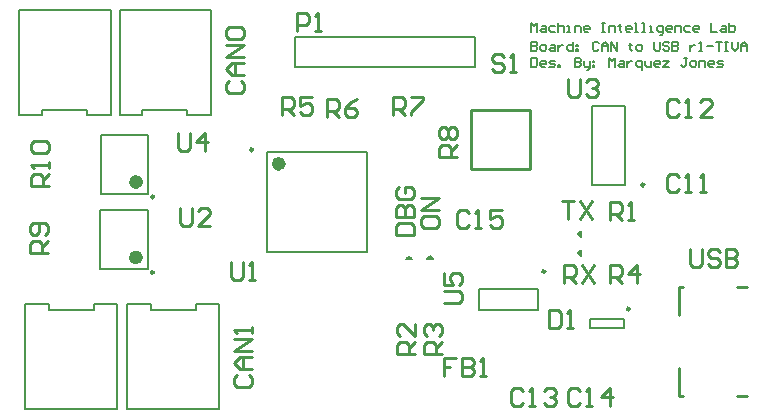
<source format=gto>
G04*
G04 #@! TF.GenerationSoftware,Altium Limited,Altium Designer,18.1.6 (161)*
G04*
G04 Layer_Color=65535*
%FSLAX25Y25*%
%MOIN*%
G70*
G01*
G75*
%ADD10C,0.00984*%
%ADD11C,0.02362*%
%ADD12C,0.00787*%
%ADD13C,0.00500*%
%ADD14C,0.01000*%
%ADD15C,0.00700*%
D10*
X575910Y404811D02*
G03*
X575910Y404811I-492J0D01*
G01*
X571079Y363421D02*
G03*
X571079Y363421I-492J0D01*
G01*
X542872Y375949D02*
G03*
X542872Y375949I-492J0D01*
G01*
X445510Y416520D02*
G03*
X445510Y416520I-492J0D01*
G01*
X412505Y400821D02*
G03*
X412505Y400821I-492J0D01*
G01*
X412441Y375654D02*
G03*
X412441Y375654I-492J0D01*
G01*
D11*
X455254Y411795D02*
G03*
X455254Y411795I-1181J0D01*
G01*
X407682Y405762D02*
G03*
X407682Y405762I-1181J0D01*
G01*
X407618Y380594D02*
G03*
X407618Y380594I-1181J0D01*
G01*
D12*
X459500Y444000D02*
X519500D01*
X459500Y454000D02*
X519500D01*
X459500Y444000D02*
Y454000D01*
X519500Y444000D02*
Y454000D01*
X569512Y404811D02*
Y431189D01*
X558488Y404811D02*
Y431189D01*
Y404811D02*
X569512D01*
X558488Y431189D02*
X569512D01*
X520933Y370043D02*
X540618D01*
X520933Y362957D02*
X540618D01*
Y370043D01*
X520933Y362957D02*
Y370043D01*
X450136Y382268D02*
Y415732D01*
X483600Y382268D02*
Y415732D01*
X450136D02*
X483600D01*
X450136Y382268D02*
X483600Y382268D01*
X394690Y421510D02*
X410438D01*
X394690Y401825D02*
X410438D01*
X394690D02*
Y421510D01*
X410438Y401825D02*
Y421510D01*
X394626Y396342D02*
X410374D01*
X394626Y376658D02*
X410374D01*
X394626D02*
Y396342D01*
X410374Y376658D02*
Y396342D01*
D13*
X403500Y330000D02*
Y357583D01*
Y365000D01*
X434000Y330000D02*
Y357209D01*
X403500Y330000D02*
X434000D01*
X403500Y365000D02*
X411500D01*
Y363209D02*
Y365000D01*
Y363209D02*
X416673D01*
X421201D01*
X426500D01*
Y365000D01*
X434000D01*
Y357209D02*
Y365000D01*
X431500Y435417D02*
Y463000D01*
Y428000D02*
Y435417D01*
X401000Y435791D02*
Y463000D01*
X431500D01*
X423500Y428000D02*
X431500D01*
X423500D02*
Y429791D01*
X418327D02*
X423500D01*
X413799D02*
X418327D01*
X408500D02*
X413799D01*
X408500Y428000D02*
Y429791D01*
X401000Y428000D02*
X408500D01*
X401000D02*
Y435791D01*
X369500Y330000D02*
Y357583D01*
Y365000D01*
X400000Y330000D02*
Y357209D01*
X369500Y330000D02*
X400000D01*
X369500Y365000D02*
X377500D01*
Y363209D02*
Y365000D01*
Y363209D02*
X382673D01*
X387201D01*
X392500D01*
Y365000D01*
X400000D01*
Y357209D02*
Y365000D01*
X569209Y356925D02*
Y360075D01*
X557791Y356925D02*
Y360075D01*
X569209D01*
X557791Y356925D02*
X569209D01*
X553732Y382000D02*
X554717Y382984D01*
Y381016D02*
Y382984D01*
X553732Y382000D02*
X554717Y381016D01*
X504500Y380992D02*
X505484Y380008D01*
X503516D02*
X505484D01*
X503516D02*
X504500Y380992D01*
X497397Y380895D02*
X498381Y379910D01*
X496412D02*
X498381D01*
X496412D02*
X497397Y380895D01*
X553732Y388397D02*
X554717Y389381D01*
Y387412D02*
Y389381D01*
X553732Y388397D02*
X554717Y387412D01*
X367500Y428000D02*
Y435791D01*
Y428000D02*
X375000D01*
Y429791D01*
X380299D01*
X384827D01*
X390000D01*
Y428000D02*
Y429791D01*
Y428000D02*
X398000D01*
X367500Y463000D02*
X398000D01*
X367500Y435791D02*
Y463000D01*
X398000Y428000D02*
Y435417D01*
Y463000D01*
D14*
X587508Y334291D02*
Y343642D01*
Y334291D02*
X588984D01*
X587508Y370709D02*
X588984D01*
X587508Y361358D02*
Y370709D01*
X606701Y334291D02*
X610146D01*
X606701Y370709D02*
X610146D01*
X518157Y410157D02*
X537843D01*
Y429843D01*
X518157D02*
X537843D01*
X518157Y410157D02*
Y429843D01*
X591000Y383498D02*
Y378500D01*
X592000Y377500D01*
X593999D01*
X594999Y378500D01*
Y383498D01*
X600997Y382498D02*
X599997Y383498D01*
X597998D01*
X596998Y382498D01*
Y381499D01*
X597998Y380499D01*
X599997D01*
X600997Y379499D01*
Y378500D01*
X599997Y377500D01*
X597998D01*
X596998Y378500D01*
X602996Y383498D02*
Y377500D01*
X605995D01*
X606995Y378500D01*
Y379499D01*
X605995Y380499D01*
X602996D01*
X605995D01*
X606995Y381499D01*
Y382498D01*
X605995Y383498D01*
X602996D01*
X509002Y365500D02*
X514000D01*
X515000Y366500D01*
Y368499D01*
X514000Y369499D01*
X509002D01*
Y375497D02*
Y371498D01*
X512001D01*
X511001Y373497D01*
Y374497D01*
X512001Y375497D01*
X514000D01*
X515000Y374497D01*
Y372498D01*
X514000Y371498D01*
X420500Y421998D02*
Y417000D01*
X421500Y416000D01*
X423499D01*
X424499Y417000D01*
Y421998D01*
X429497Y416000D02*
Y421998D01*
X426498Y418999D01*
X430497D01*
X550500Y439998D02*
Y435000D01*
X551500Y434000D01*
X553499D01*
X554499Y435000D01*
Y439998D01*
X556498Y438998D02*
X557498Y439998D01*
X559497D01*
X560497Y438998D01*
Y437999D01*
X559497Y436999D01*
X558497D01*
X559497D01*
X560497Y435999D01*
Y435000D01*
X559497Y434000D01*
X557498D01*
X556498Y435000D01*
X421000Y396998D02*
Y392000D01*
X422000Y391000D01*
X423999D01*
X424999Y392000D01*
Y396998D01*
X430997Y391000D02*
X426998D01*
X430997Y394999D01*
Y395998D01*
X429997Y396998D01*
X427998D01*
X426998Y395998D01*
X438000Y378998D02*
Y374000D01*
X439000Y373000D01*
X440999D01*
X441999Y374000D01*
Y378998D01*
X443998Y373000D02*
X445997D01*
X444998D01*
Y378998D01*
X443998Y377998D01*
X548500Y399498D02*
X552499D01*
X550499D01*
Y393500D01*
X554498Y399498D02*
X558497Y393500D01*
Y399498D02*
X554498Y393500D01*
X528999Y447498D02*
X527999Y448498D01*
X526000D01*
X525000Y447498D01*
Y446499D01*
X526000Y445499D01*
X527999D01*
X528999Y444499D01*
Y443500D01*
X527999Y442500D01*
X526000D01*
X525000Y443500D01*
X530998Y442500D02*
X532997D01*
X531998D01*
Y448498D01*
X530998Y447498D01*
X549000Y372000D02*
Y377998D01*
X551999D01*
X552999Y376998D01*
Y374999D01*
X551999Y373999D01*
X549000D01*
X550999D02*
X552999Y372000D01*
X554998Y377998D02*
X558997Y372000D01*
Y377998D02*
X554998Y372000D01*
X377500Y404500D02*
X371502D01*
Y407499D01*
X372502Y408499D01*
X374501D01*
X375501Y407499D01*
Y404500D01*
Y406499D02*
X377500Y408499D01*
Y410498D02*
Y412497D01*
Y411498D01*
X371502D01*
X372502Y410498D01*
Y415496D02*
X371502Y416496D01*
Y418496D01*
X372502Y419495D01*
X376500D01*
X377500Y418496D01*
Y416496D01*
X376500Y415496D01*
X372502D01*
X377000Y382000D02*
X371002D01*
Y384999D01*
X372002Y385999D01*
X374001D01*
X375001Y384999D01*
Y382000D01*
Y383999D02*
X377000Y385999D01*
X376000Y387998D02*
X377000Y388998D01*
Y390997D01*
X376000Y391997D01*
X372002D01*
X371002Y390997D01*
Y388998D01*
X372002Y387998D01*
X373001D01*
X374001Y388998D01*
Y391997D01*
X513500Y414000D02*
X507502D01*
Y416999D01*
X508502Y417999D01*
X510501D01*
X511501Y416999D01*
Y414000D01*
Y415999D02*
X513500Y417999D01*
X508502Y419998D02*
X507502Y420998D01*
Y422997D01*
X508502Y423997D01*
X509501D01*
X510501Y422997D01*
X511501Y423997D01*
X512500D01*
X513500Y422997D01*
Y420998D01*
X512500Y419998D01*
X511501D01*
X510501Y420998D01*
X509501Y419998D01*
X508502D01*
X510501Y420998D02*
Y422997D01*
X492000Y428000D02*
Y433998D01*
X494999D01*
X495999Y432998D01*
Y430999D01*
X494999Y429999D01*
X492000D01*
X493999D02*
X495999Y428000D01*
X497998Y433998D02*
X501997D01*
Y432998D01*
X497998Y429000D01*
Y428000D01*
X470000Y427500D02*
Y433498D01*
X472999D01*
X473999Y432498D01*
Y430499D01*
X472999Y429499D01*
X470000D01*
X471999D02*
X473999Y427500D01*
X479997Y433498D02*
X477997Y432498D01*
X475998Y430499D01*
Y428500D01*
X476998Y427500D01*
X478997D01*
X479997Y428500D01*
Y429499D01*
X478997Y430499D01*
X475998D01*
X455000Y428000D02*
Y433998D01*
X457999D01*
X458999Y432998D01*
Y430999D01*
X457999Y429999D01*
X455000D01*
X456999D02*
X458999Y428000D01*
X464997Y433998D02*
X460998D01*
Y430999D01*
X462997Y431999D01*
X463997D01*
X464997Y430999D01*
Y429000D01*
X463997Y428000D01*
X461998D01*
X460998Y429000D01*
X564500Y372000D02*
Y377998D01*
X567499D01*
X568499Y376998D01*
Y374999D01*
X567499Y373999D01*
X564500D01*
X566499D02*
X568499Y372000D01*
X573497D02*
Y377998D01*
X570498Y374999D01*
X574497D01*
X508500Y348500D02*
X502502D01*
Y351499D01*
X503502Y352499D01*
X505501D01*
X506501Y351499D01*
Y348500D01*
Y350499D02*
X508500Y352499D01*
X503502Y354498D02*
X502502Y355498D01*
Y357497D01*
X503502Y358497D01*
X504501D01*
X505501Y357497D01*
Y356497D01*
Y357497D01*
X506501Y358497D01*
X507500D01*
X508500Y357497D01*
Y355498D01*
X507500Y354498D01*
X499500Y348500D02*
X493502D01*
Y351499D01*
X494502Y352499D01*
X496501D01*
X497501Y351499D01*
Y348500D01*
Y350499D02*
X499500Y352499D01*
Y358497D02*
Y354498D01*
X495501Y358497D01*
X494502D01*
X493502Y357497D01*
Y355498D01*
X494502Y354498D01*
X564500Y393000D02*
Y398998D01*
X567499D01*
X568499Y397998D01*
Y395999D01*
X567499Y394999D01*
X564500D01*
X566499D02*
X568499Y393000D01*
X570498D02*
X572497D01*
X571498D01*
Y398998D01*
X570498Y397998D01*
X460000Y456000D02*
Y461998D01*
X462999D01*
X463999Y460998D01*
Y458999D01*
X462999Y457999D01*
X460000D01*
X465998Y456000D02*
X467997D01*
X466998D01*
Y461998D01*
X465998Y460998D01*
X501502Y393499D02*
Y391500D01*
X502502Y390500D01*
X506500D01*
X507500Y391500D01*
Y393499D01*
X506500Y394499D01*
X502502D01*
X501502Y393499D01*
X507500Y396498D02*
X501502D01*
X507500Y400497D01*
X501502D01*
X493002Y388000D02*
X499000D01*
Y390999D01*
X498000Y391999D01*
X494002D01*
X493002Y390999D01*
Y388000D01*
Y393998D02*
X499000D01*
Y396997D01*
X498000Y397997D01*
X497001D01*
X496001Y396997D01*
Y393998D01*
Y396997D01*
X495001Y397997D01*
X494002D01*
X493002Y396997D01*
Y393998D01*
X494002Y403995D02*
X493002Y402995D01*
Y400996D01*
X494002Y399996D01*
X498000D01*
X499000Y400996D01*
Y402995D01*
X498000Y403995D01*
X496001D01*
Y401996D01*
X512999Y346998D02*
X509000D01*
Y343999D01*
X510999D01*
X509000D01*
Y341000D01*
X514998Y346998D02*
Y341000D01*
X517997D01*
X518997Y342000D01*
Y342999D01*
X517997Y343999D01*
X514998D01*
X517997D01*
X518997Y344999D01*
Y345998D01*
X517997Y346998D01*
X514998D01*
X520996Y341000D02*
X522996D01*
X521996D01*
Y346998D01*
X520996Y345998D01*
X544000Y362998D02*
Y357000D01*
X546999D01*
X547999Y358000D01*
Y361998D01*
X546999Y362998D01*
X544000D01*
X549998Y357000D02*
X551997D01*
X550998D01*
Y362998D01*
X549998Y361998D01*
X440002Y341499D02*
X439002Y340499D01*
Y338500D01*
X440002Y337500D01*
X444000D01*
X445000Y338500D01*
Y340499D01*
X444000Y341499D01*
X445000Y343498D02*
X441001D01*
X439002Y345497D01*
X441001Y347497D01*
X445000D01*
X442001D01*
Y343498D01*
X445000Y349496D02*
X439002D01*
X445000Y353495D01*
X439002D01*
X445000Y355494D02*
Y357493D01*
Y356494D01*
X439002D01*
X440002Y355494D01*
X437502Y439499D02*
X436502Y438499D01*
Y436500D01*
X437502Y435500D01*
X441500D01*
X442500Y436500D01*
Y438499D01*
X441500Y439499D01*
X442500Y441498D02*
X438501D01*
X436502Y443497D01*
X438501Y445497D01*
X442500D01*
X439501D01*
Y441498D01*
X442500Y447496D02*
X436502D01*
X442500Y451495D01*
X436502D01*
X437502Y453494D02*
X436502Y454494D01*
Y456493D01*
X437502Y457493D01*
X441500D01*
X442500Y456493D01*
Y454494D01*
X441500Y453494D01*
X437502D01*
X517435Y395260D02*
X516435Y396260D01*
X514436D01*
X513436Y395260D01*
Y391262D01*
X514436Y390262D01*
X516435D01*
X517435Y391262D01*
X519434Y390262D02*
X521433D01*
X520434D01*
Y396260D01*
X519434Y395260D01*
X528431Y396260D02*
X524432D01*
Y393261D01*
X526432Y394261D01*
X527431D01*
X528431Y393261D01*
Y391262D01*
X527431Y390262D01*
X525432D01*
X524432Y391262D01*
X554499Y335998D02*
X553499Y336998D01*
X551500D01*
X550500Y335998D01*
Y332000D01*
X551500Y331000D01*
X553499D01*
X554499Y332000D01*
X556498Y331000D02*
X558497D01*
X557498D01*
Y336998D01*
X556498Y335998D01*
X564496Y331000D02*
Y336998D01*
X561496Y333999D01*
X565495D01*
X535499Y335998D02*
X534499Y336998D01*
X532500D01*
X531500Y335998D01*
Y332000D01*
X532500Y331000D01*
X534499D01*
X535499Y332000D01*
X537498Y331000D02*
X539497D01*
X538498D01*
Y336998D01*
X537498Y335998D01*
X542496D02*
X543496Y336998D01*
X545496D01*
X546495Y335998D01*
Y334999D01*
X545496Y333999D01*
X544496D01*
X545496D01*
X546495Y332999D01*
Y332000D01*
X545496Y331000D01*
X543496D01*
X542496Y332000D01*
X587572Y432245D02*
X586573Y433245D01*
X584574D01*
X583574Y432245D01*
Y428247D01*
X584574Y427247D01*
X586573D01*
X587572Y428247D01*
X589572Y427247D02*
X591571D01*
X590572D01*
Y433245D01*
X589572Y432245D01*
X598569Y427247D02*
X594570D01*
X598569Y431246D01*
Y432245D01*
X597569Y433245D01*
X595570D01*
X594570Y432245D01*
X587499Y407349D02*
X586499Y408349D01*
X584500D01*
X583500Y407349D01*
Y403350D01*
X584500Y402350D01*
X586499D01*
X587499Y403350D01*
X589498Y402350D02*
X591497D01*
X590498D01*
Y408349D01*
X589498Y407349D01*
X594496Y402350D02*
X596496D01*
X595496D01*
Y408349D01*
X594496Y407349D01*
D15*
X538200Y455757D02*
Y458756D01*
X539200Y457756D01*
X540199Y458756D01*
Y455757D01*
X541699Y457756D02*
X542698D01*
X543198Y457257D01*
Y455757D01*
X541699D01*
X541199Y456257D01*
X541699Y456757D01*
X543198D01*
X546197Y457756D02*
X544698D01*
X544198Y457257D01*
Y456257D01*
X544698Y455757D01*
X546197D01*
X547197Y458756D02*
Y455757D01*
Y457257D01*
X547697Y457756D01*
X548697D01*
X549196Y457257D01*
Y455757D01*
X550196D02*
X551196D01*
X550696D01*
Y457756D01*
X550196D01*
X552695Y455757D02*
Y457756D01*
X554195D01*
X554695Y457257D01*
Y455757D01*
X557194D02*
X556194D01*
X555694Y456257D01*
Y457257D01*
X556194Y457756D01*
X557194D01*
X557694Y457257D01*
Y456757D01*
X555694D01*
X561692Y458756D02*
X562692D01*
X562192D01*
Y455757D01*
X561692D01*
X562692D01*
X564192D02*
Y457756D01*
X565691D01*
X566191Y457257D01*
Y455757D01*
X567691Y458256D02*
Y457756D01*
X567191D01*
X568190D01*
X567691D01*
Y456257D01*
X568190Y455757D01*
X571189D02*
X570190D01*
X569690Y456257D01*
Y457257D01*
X570190Y457756D01*
X571189D01*
X571689Y457257D01*
Y456757D01*
X569690D01*
X572689Y455757D02*
X573689D01*
X573189D01*
Y458756D01*
X572689D01*
X575188Y455757D02*
X576188D01*
X575688D01*
Y458756D01*
X575188D01*
X577687Y455757D02*
X578687D01*
X578187D01*
Y457756D01*
X577687D01*
X581186Y454757D02*
X581686D01*
X582186Y455257D01*
Y457756D01*
X580686D01*
X580186Y457257D01*
Y456257D01*
X580686Y455757D01*
X582186D01*
X584685D02*
X583685D01*
X583185Y456257D01*
Y457257D01*
X583685Y457756D01*
X584685D01*
X585185Y457257D01*
Y456757D01*
X583185D01*
X586185Y455757D02*
Y457756D01*
X587684D01*
X588184Y457257D01*
Y455757D01*
X591183Y457756D02*
X589683D01*
X589184Y457257D01*
Y456257D01*
X589683Y455757D01*
X591183D01*
X593682D02*
X592682D01*
X592182Y456257D01*
Y457257D01*
X592682Y457756D01*
X593682D01*
X594182Y457257D01*
Y456757D01*
X592182D01*
X598181Y458756D02*
Y455757D01*
X600180D01*
X601680Y457756D02*
X602679D01*
X603179Y457257D01*
Y455757D01*
X601680D01*
X601180Y456257D01*
X601680Y456757D01*
X603179D01*
X604179Y458756D02*
Y455757D01*
X605678D01*
X606178Y456257D01*
Y456757D01*
Y457257D01*
X605678Y457756D01*
X604179D01*
X538200Y452478D02*
Y449478D01*
X539700D01*
X540199Y449978D01*
Y450478D01*
X539700Y450978D01*
X538200D01*
X539700D01*
X540199Y451478D01*
Y451978D01*
X539700Y452478D01*
X538200D01*
X541699Y449478D02*
X542698D01*
X543198Y449978D01*
Y450978D01*
X542698Y451478D01*
X541699D01*
X541199Y450978D01*
Y449978D01*
X541699Y449478D01*
X544698Y451478D02*
X545698D01*
X546197Y450978D01*
Y449478D01*
X544698D01*
X544198Y449978D01*
X544698Y450478D01*
X546197D01*
X547197Y451478D02*
Y449478D01*
Y450478D01*
X547697Y450978D01*
X548197Y451478D01*
X548697D01*
X552196Y452478D02*
Y449478D01*
X550696D01*
X550196Y449978D01*
Y450978D01*
X550696Y451478D01*
X552196D01*
X553195D02*
X553695D01*
Y450978D01*
X553195D01*
Y451478D01*
Y449978D02*
X553695D01*
Y449478D01*
X553195D01*
Y449978D01*
X560693Y451978D02*
X560193Y452478D01*
X559193D01*
X558693Y451978D01*
Y449978D01*
X559193Y449478D01*
X560193D01*
X560693Y449978D01*
X561692Y449478D02*
Y451478D01*
X562692Y452478D01*
X563692Y451478D01*
Y449478D01*
Y450978D01*
X561692D01*
X564691Y449478D02*
Y452478D01*
X566691Y449478D01*
Y452478D01*
X571189Y451978D02*
Y451478D01*
X570689D01*
X571689D01*
X571189D01*
Y449978D01*
X571689Y449478D01*
X573689D02*
X574688D01*
X575188Y449978D01*
Y450978D01*
X574688Y451478D01*
X573689D01*
X573189Y450978D01*
Y449978D01*
X573689Y449478D01*
X579187Y452478D02*
Y449978D01*
X579687Y449478D01*
X580686D01*
X581186Y449978D01*
Y452478D01*
X584185Y451978D02*
X583685Y452478D01*
X582686D01*
X582186Y451978D01*
Y451478D01*
X582686Y450978D01*
X583685D01*
X584185Y450478D01*
Y449978D01*
X583685Y449478D01*
X582686D01*
X582186Y449978D01*
X585185Y452478D02*
Y449478D01*
X586684D01*
X587184Y449978D01*
Y450478D01*
X586684Y450978D01*
X585185D01*
X586684D01*
X587184Y451478D01*
Y451978D01*
X586684Y452478D01*
X585185D01*
X591183Y451478D02*
Y449478D01*
Y450478D01*
X591683Y450978D01*
X592182Y451478D01*
X592682D01*
X594182Y449478D02*
X595182D01*
X594682D01*
Y452478D01*
X594182Y451978D01*
X596681Y450978D02*
X598680D01*
X599680Y452478D02*
X601680D01*
X600680D01*
Y449478D01*
X602679Y452478D02*
X603679D01*
X603179D01*
Y449478D01*
X602679D01*
X603679D01*
X605178Y452478D02*
Y450478D01*
X606178Y449478D01*
X607178Y450478D01*
Y452478D01*
X608177Y449478D02*
Y451478D01*
X609177Y452478D01*
X610177Y451478D01*
Y449478D01*
Y450978D01*
X608177D01*
X538200Y447199D02*
Y444200D01*
X539700D01*
X540199Y444699D01*
Y446699D01*
X539700Y447199D01*
X538200D01*
X542698Y444200D02*
X541699D01*
X541199Y444699D01*
Y445699D01*
X541699Y446199D01*
X542698D01*
X543198Y445699D01*
Y445199D01*
X541199D01*
X544198Y444200D02*
X545698D01*
X546197Y444699D01*
X545698Y445199D01*
X544698D01*
X544198Y445699D01*
X544698Y446199D01*
X546197D01*
X547197Y444200D02*
Y444699D01*
X547697D01*
Y444200D01*
X547197D01*
X552695Y447199D02*
Y444200D01*
X554195D01*
X554695Y444699D01*
Y445199D01*
X554195Y445699D01*
X552695D01*
X554195D01*
X554695Y446199D01*
Y446699D01*
X554195Y447199D01*
X552695D01*
X555694Y446199D02*
Y444699D01*
X556194Y444200D01*
X557694D01*
Y443700D01*
X557194Y443200D01*
X556694D01*
X557694Y444200D02*
Y446199D01*
X558693D02*
X559193D01*
Y445699D01*
X558693D01*
Y446199D01*
Y444699D02*
X559193D01*
Y444200D01*
X558693D01*
Y444699D01*
X564192Y444200D02*
Y447199D01*
X565191Y446199D01*
X566191Y447199D01*
Y444200D01*
X567691Y446199D02*
X568690D01*
X569190Y445699D01*
Y444200D01*
X567691D01*
X567191Y444699D01*
X567691Y445199D01*
X569190D01*
X570190Y446199D02*
Y444200D01*
Y445199D01*
X570689Y445699D01*
X571189Y446199D01*
X571689D01*
X575188Y443200D02*
Y446199D01*
X573689D01*
X573189Y445699D01*
Y444699D01*
X573689Y444200D01*
X575188D01*
X576188Y446199D02*
Y444699D01*
X576688Y444200D01*
X578187D01*
Y446199D01*
X580686Y444200D02*
X579687D01*
X579187Y444699D01*
Y445699D01*
X579687Y446199D01*
X580686D01*
X581186Y445699D01*
Y445199D01*
X579187D01*
X582186Y446199D02*
X584185D01*
X582186Y444200D01*
X584185D01*
X590183Y447199D02*
X589184D01*
X589683D01*
Y444699D01*
X589184Y444200D01*
X588684D01*
X588184Y444699D01*
X591683Y444200D02*
X592682D01*
X593182Y444699D01*
Y445699D01*
X592682Y446199D01*
X591683D01*
X591183Y445699D01*
Y444699D01*
X591683Y444200D01*
X594182D02*
Y446199D01*
X595681D01*
X596181Y445699D01*
Y444200D01*
X598680D02*
X597681D01*
X597181Y444699D01*
Y445699D01*
X597681Y446199D01*
X598680D01*
X599180Y445699D01*
Y445199D01*
X597181D01*
X600180Y444200D02*
X601680D01*
X602179Y444699D01*
X601680Y445199D01*
X600680D01*
X600180Y445699D01*
X600680Y446199D01*
X602179D01*
M02*

</source>
